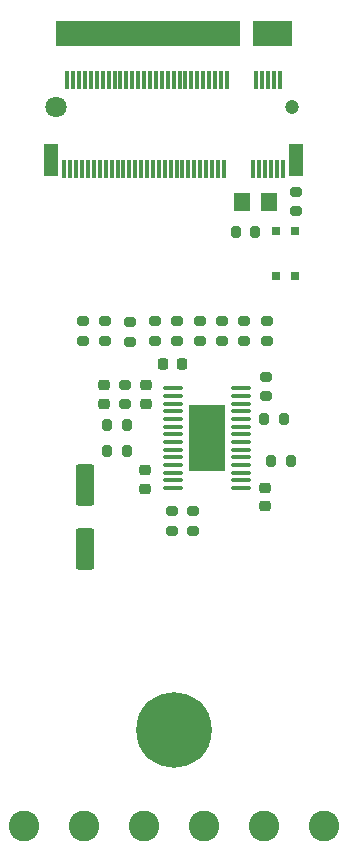
<source format=gbr>
%TF.GenerationSoftware,KiCad,Pcbnew,7.0.5*%
%TF.CreationDate,2023-09-25T01:54:48-05:00*%
%TF.ProjectId,Chimera_0005_Stepper,4368696d-6572-4615-9f30-3030355f5374,rev?*%
%TF.SameCoordinates,Original*%
%TF.FileFunction,Soldermask,Top*%
%TF.FilePolarity,Negative*%
%FSLAX46Y46*%
G04 Gerber Fmt 4.6, Leading zero omitted, Abs format (unit mm)*
G04 Created by KiCad (PCBNEW 7.0.5) date 2023-09-25 01:54:48*
%MOMM*%
%LPD*%
G01*
G04 APERTURE LIST*
G04 Aperture macros list*
%AMRoundRect*
0 Rectangle with rounded corners*
0 $1 Rounding radius*
0 $2 $3 $4 $5 $6 $7 $8 $9 X,Y pos of 4 corners*
0 Add a 4 corners polygon primitive as box body*
4,1,4,$2,$3,$4,$5,$6,$7,$8,$9,$2,$3,0*
0 Add four circle primitives for the rounded corners*
1,1,$1+$1,$2,$3*
1,1,$1+$1,$4,$5*
1,1,$1+$1,$6,$7*
1,1,$1+$1,$8,$9*
0 Add four rect primitives between the rounded corners*
20,1,$1+$1,$2,$3,$4,$5,0*
20,1,$1+$1,$4,$5,$6,$7,0*
20,1,$1+$1,$6,$7,$8,$9,0*
20,1,$1+$1,$8,$9,$2,$3,0*%
G04 Aperture macros list end*
%ADD10C,0.100000*%
%ADD11C,2.600000*%
%ADD12RoundRect,0.225000X-0.225000X-0.250000X0.225000X-0.250000X0.225000X0.250000X-0.225000X0.250000X0*%
%ADD13R,1.335001X1.500000*%
%ADD14RoundRect,0.200000X0.275000X-0.200000X0.275000X0.200000X-0.275000X0.200000X-0.275000X-0.200000X0*%
%ADD15RoundRect,0.200000X-0.200000X-0.275000X0.200000X-0.275000X0.200000X0.275000X-0.200000X0.275000X0*%
%ADD16O,1.731496X0.343002*%
%ADD17R,3.100000X5.600000*%
%ADD18RoundRect,0.200000X-0.275000X0.200000X-0.275000X-0.200000X0.275000X-0.200000X0.275000X0.200000X0*%
%ADD19C,1.200000*%
%ADD20C,1.800000*%
%ADD21R,0.300000X1.550013*%
%ADD22R,0.300000X1.524003*%
%ADD23R,1.300000X2.800000*%
%ADD24RoundRect,0.250000X-0.550000X1.500000X-0.550000X-1.500000X0.550000X-1.500000X0.550000X1.500000X0*%
%ADD25RoundRect,0.225000X-0.250000X0.225000X-0.250000X-0.225000X0.250000X-0.225000X0.250000X0.225000X0*%
%ADD26RoundRect,0.225000X0.250000X-0.225000X0.250000X0.225000X-0.250000X0.225000X-0.250000X-0.225000X0*%
%ADD27C,3.600000*%
%ADD28C,6.400000*%
%ADD29R,0.800000X0.800000*%
G04 APERTURE END LIST*
%TO.C,U2*%
D10*
X118625000Y-73560000D02*
X115425000Y-73560000D01*
X115425000Y-71560000D01*
X118625000Y-71560000D01*
X118625000Y-73560000D01*
G36*
X118625000Y-73560000D02*
G01*
X115425000Y-73560000D01*
X115425000Y-71560000D01*
X118625000Y-71560000D01*
X118625000Y-73560000D01*
G37*
X114225000Y-73560000D02*
X98775000Y-73560000D01*
X98775000Y-71560000D01*
X114225000Y-71560000D01*
X114225000Y-73560000D01*
G36*
X114225000Y-73560000D02*
G01*
X98775000Y-73560000D01*
X98775000Y-71560000D01*
X114225000Y-71560000D01*
X114225000Y-73560000D01*
G37*
%TD*%
D11*
%TO.C,U3*%
X121400050Y-139700000D03*
X116320040Y-139700000D03*
X111240030Y-139700000D03*
X106160020Y-139700000D03*
X101080010Y-139700000D03*
X96000000Y-139700000D03*
%TD*%
D12*
%TO.C,C6*%
X107825000Y-100560000D03*
X109375000Y-100560000D03*
%TD*%
D13*
%TO.C,F1*%
X116742494Y-86860000D03*
X114457506Y-86860000D03*
%TD*%
D14*
%TO.C,R17*%
X100987500Y-98585000D03*
X100987500Y-96935000D03*
%TD*%
%TO.C,R14*%
X116600000Y-98585000D03*
X116600000Y-96935000D03*
%TD*%
D15*
%TO.C,R5*%
X103100000Y-107900000D03*
X104750000Y-107900000D03*
%TD*%
D14*
%TO.C,R7*%
X116500000Y-103285000D03*
X116500000Y-101635000D03*
%TD*%
D16*
%TO.C,U1*%
X108634239Y-102634956D03*
X108634239Y-103284943D03*
X108634239Y-103934930D03*
X108634239Y-104584917D03*
X108634239Y-105234905D03*
X108634239Y-105884892D03*
X108634239Y-106535133D03*
X108634239Y-107185121D03*
X108634239Y-107835108D03*
X108634239Y-108485095D03*
X108634239Y-109135083D03*
X108634239Y-109785070D03*
X108634239Y-110435057D03*
X108634239Y-111085044D03*
X114365761Y-111085044D03*
X114365761Y-110435057D03*
X114365761Y-109785070D03*
X114365761Y-109135083D03*
X114365761Y-108485095D03*
X114365761Y-107835108D03*
X114365761Y-107185121D03*
X114365761Y-106535133D03*
X114365761Y-105884892D03*
X114365761Y-105234905D03*
X114365761Y-104584917D03*
X114365761Y-103934930D03*
X114365761Y-103284943D03*
X114365761Y-102634956D03*
D17*
X111499873Y-106860000D03*
%TD*%
D18*
%TO.C,R3*%
X104600000Y-102335000D03*
X104600000Y-103985000D03*
%TD*%
D19*
%TO.C,CN1*%
X118699900Y-78785200D03*
D20*
X98699900Y-78785200D03*
D21*
X117949836Y-84060029D03*
X117699900Y-76510117D03*
X117449964Y-84060029D03*
X117199773Y-76510117D03*
X116949836Y-84060029D03*
X116699900Y-76510117D03*
X116449964Y-84060029D03*
X116199773Y-76510117D03*
X115949836Y-84060029D03*
X115699900Y-76510117D03*
X115449964Y-84060029D03*
X113199773Y-76510117D03*
X112949836Y-84060029D03*
X112699900Y-76510117D03*
X112449964Y-84060029D03*
X112199773Y-76510117D03*
X111949836Y-84060029D03*
X111699900Y-76510117D03*
X111449964Y-84060029D03*
X111199773Y-76510117D03*
X110949836Y-84060029D03*
X110699900Y-76510117D03*
X110449964Y-84060029D03*
X110199773Y-76510117D03*
X109949836Y-84060029D03*
X109699900Y-76510117D03*
X109449964Y-84060029D03*
X109199773Y-76510117D03*
X108949836Y-84060029D03*
X108699900Y-76510117D03*
X108449964Y-84060029D03*
X108199773Y-76510117D03*
X107949836Y-84060029D03*
X107699900Y-76510371D03*
X107449964Y-84060029D03*
X107199773Y-76510371D03*
X106949836Y-84060029D03*
X106699900Y-76510371D03*
X106449964Y-84060029D03*
X106199773Y-76510371D03*
X105949836Y-84060029D03*
X105699900Y-76510371D03*
X105449964Y-84060029D03*
X105199773Y-76510371D03*
X104949836Y-84060029D03*
X104699900Y-76510371D03*
X104449964Y-84060029D03*
X104199773Y-76510371D03*
X103949836Y-84060029D03*
X103699900Y-76510371D03*
D22*
X103449964Y-84060283D03*
X103199773Y-76510371D03*
X102949836Y-84060283D03*
X102699900Y-76510371D03*
X102449964Y-84060283D03*
X102199773Y-76510371D03*
X101949836Y-84060283D03*
X101699900Y-76510371D03*
D21*
X101449964Y-84060029D03*
X101199773Y-76510371D03*
X100949836Y-84060029D03*
X100699900Y-76510371D03*
X100449964Y-84060029D03*
X100199773Y-76510371D03*
X99949836Y-84060029D03*
X99699900Y-76510371D03*
X99449964Y-84060029D03*
D23*
X98349887Y-83335111D03*
X119049913Y-83335111D03*
%TD*%
D18*
%TO.C,R1*%
X119050000Y-86010000D03*
X119050000Y-87660000D03*
%TD*%
D24*
%TO.C,C5*%
X101200000Y-110860000D03*
X101200000Y-116260000D03*
%TD*%
D15*
%TO.C,R2*%
X113975000Y-89360000D03*
X115625000Y-89360000D03*
%TD*%
D25*
%TO.C,C3*%
X106300000Y-109585000D03*
X106300000Y-111135000D03*
%TD*%
D14*
%TO.C,R18*%
X105000000Y-98685000D03*
X105000000Y-97035000D03*
%TD*%
D15*
%TO.C,R4*%
X103075000Y-105700000D03*
X104725000Y-105700000D03*
%TD*%
D18*
%TO.C,R13*%
X114700000Y-96935000D03*
X114700000Y-98585000D03*
%TD*%
D14*
%TO.C,R23*%
X112800000Y-98585000D03*
X112800000Y-96935000D03*
%TD*%
D18*
%TO.C,R10*%
X107100000Y-96935000D03*
X107100000Y-98585000D03*
%TD*%
D26*
%TO.C,C1*%
X106400000Y-103935000D03*
X106400000Y-102385000D03*
%TD*%
D15*
%TO.C,R11*%
X116375000Y-105260000D03*
X118025000Y-105260000D03*
%TD*%
D26*
%TO.C,C2*%
X102800000Y-103935000D03*
X102800000Y-102385000D03*
%TD*%
D18*
%TO.C,R9*%
X102887500Y-96935000D03*
X102887500Y-98585000D03*
%TD*%
D27*
%TO.C,H1*%
X108700000Y-131560000D03*
D28*
X108700000Y-131560000D03*
%TD*%
D18*
%TO.C,R8*%
X108600000Y-113035000D03*
X108600000Y-114685000D03*
%TD*%
D29*
%TO.C,LED1*%
X118949467Y-89331571D03*
X117350533Y-89338429D03*
%TD*%
D14*
%TO.C,R19*%
X110900000Y-98585000D03*
X110900000Y-96935000D03*
%TD*%
D25*
%TO.C,C7*%
X116400000Y-111085000D03*
X116400000Y-112635000D03*
%TD*%
D18*
%TO.C,R6*%
X110300000Y-113035000D03*
X110300000Y-114685000D03*
%TD*%
D14*
%TO.C,R16*%
X109000000Y-98585000D03*
X109000000Y-96935000D03*
%TD*%
D15*
%TO.C,R12*%
X116975000Y-108800000D03*
X118625000Y-108800000D03*
%TD*%
D29*
%TO.C,LED2*%
X118949467Y-93131571D03*
X117350533Y-93138429D03*
%TD*%
M02*

</source>
